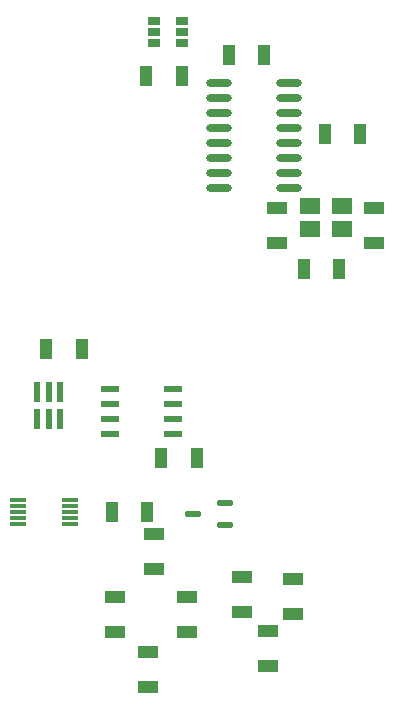
<source format=gbp>
G04*
G04 #@! TF.GenerationSoftware,Altium Limited,Altium Designer,24.3.1 (35)*
G04*
G04 Layer_Color=128*
%FSLAX44Y44*%
%MOMM*%
G71*
G04*
G04 #@! TF.SameCoordinates,270278F2-5DE0-4317-936F-1FC35F10D9A2*
G04*
G04*
G04 #@! TF.FilePolarity,Positive*
G04*
G01*
G75*
%ADD20R,1.1176X1.8034*%
%ADD22R,1.8034X1.1176*%
%ADD68R,1.5500X0.6000*%
G04:AMPARAMS|DCode=69|XSize=1.35mm|YSize=0.59mm|CornerRadius=0.1475mm|HoleSize=0mm|Usage=FLASHONLY|Rotation=180.000|XOffset=0mm|YOffset=0mm|HoleType=Round|Shape=RoundedRectangle|*
%AMROUNDEDRECTD69*
21,1,1.3500,0.2950,0,0,180.0*
21,1,1.0550,0.5900,0,0,180.0*
1,1,0.2950,-0.5275,0.1475*
1,1,0.2950,0.5275,0.1475*
1,1,0.2950,0.5275,-0.1475*
1,1,0.2950,-0.5275,-0.1475*
%
%ADD69ROUNDEDRECTD69*%
%ADD70O,2.2000X0.6096*%
G04:AMPARAMS|DCode=71|XSize=1.61mm|YSize=0.59mm|CornerRadius=0.0738mm|HoleSize=0mm|Usage=FLASHONLY|Rotation=90.000|XOffset=0mm|YOffset=0mm|HoleType=Round|Shape=RoundedRectangle|*
%AMROUNDEDRECTD71*
21,1,1.6100,0.4425,0,0,90.0*
21,1,1.4625,0.5900,0,0,90.0*
1,1,0.1475,0.2213,0.7313*
1,1,0.1475,0.2213,-0.7313*
1,1,0.1475,-0.2213,-0.7313*
1,1,0.1475,-0.2213,0.7313*
%
%ADD71ROUNDEDRECTD71*%
%ADD72R,1.4500X0.3000*%
%ADD73R,1.4700X0.3000*%
%ADD74R,1.0000X0.7000*%
%ADD75R,1.8000X1.4000*%
D20*
X152654Y342900D02*
D03*
X182626D02*
D03*
X139954Y666750D02*
D03*
X169926D02*
D03*
X85090Y435610D02*
D03*
X55118D02*
D03*
X140716Y297180D02*
D03*
X110744D02*
D03*
X273304Y502920D02*
D03*
X303276D02*
D03*
X291084Y617220D02*
D03*
X321056D02*
D03*
X209804Y684530D02*
D03*
X239776D02*
D03*
D22*
X250190Y554736D02*
D03*
Y524764D02*
D03*
X140970Y178816D02*
D03*
Y148844D02*
D03*
X113030Y195834D02*
D03*
Y225806D02*
D03*
X173990Y195834D02*
D03*
Y225806D02*
D03*
X146050Y249174D02*
D03*
Y279146D02*
D03*
X242570Y166624D02*
D03*
Y196596D02*
D03*
X220980Y212344D02*
D03*
Y242316D02*
D03*
X264160Y241046D02*
D03*
Y211074D02*
D03*
X332740Y554736D02*
D03*
Y524764D02*
D03*
D68*
X108890Y363220D02*
D03*
Y375920D02*
D03*
Y388620D02*
D03*
Y401320D02*
D03*
X162890Y363220D02*
D03*
Y375920D02*
D03*
Y388620D02*
D03*
Y401320D02*
D03*
D69*
X206340Y286410D02*
D03*
X179740Y295910D02*
D03*
X206340Y305410D02*
D03*
D70*
X201422Y660400D02*
D03*
Y647700D02*
D03*
Y635000D02*
D03*
Y622300D02*
D03*
Y609600D02*
D03*
Y596900D02*
D03*
Y584200D02*
D03*
Y571500D02*
D03*
X260858D02*
D03*
Y584200D02*
D03*
Y596900D02*
D03*
Y609600D02*
D03*
Y622300D02*
D03*
Y635000D02*
D03*
Y647700D02*
D03*
Y660400D02*
D03*
D71*
X47650Y375900D02*
D03*
X57150D02*
D03*
X66650D02*
D03*
Y398800D02*
D03*
X57150D02*
D03*
X47650D02*
D03*
D72*
X31340Y287180D02*
D03*
D73*
Y292180D02*
D03*
Y297180D02*
D03*
Y302180D02*
D03*
Y307180D02*
D03*
X75340D02*
D03*
Y302180D02*
D03*
Y297180D02*
D03*
Y292180D02*
D03*
Y287180D02*
D03*
D74*
X146750Y713080D02*
D03*
Y703580D02*
D03*
Y694080D02*
D03*
X170375D02*
D03*
Y703580D02*
D03*
Y713080D02*
D03*
D75*
X278900Y537170D02*
D03*
X305300Y556570D02*
D03*
X278900D02*
D03*
X305300Y537170D02*
D03*
M02*

</source>
